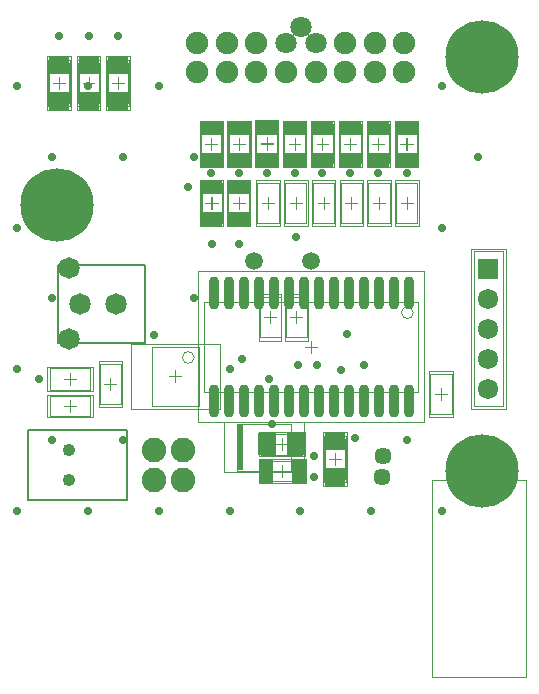
<source format=gts>
G04*
G04 #@! TF.GenerationSoftware,Altium Limited,Altium Designer,19.1.8 (144)*
G04*
G04 Layer_Color=8388736*
%FSLAX44Y44*%
%MOMM*%
G71*
G01*
G75*
%ADD10C,0.2000*%
%ADD14C,0.1000*%
%ADD17R,0.6187X3.9500*%
%ADD18C,0.0500*%
%ADD24R,1.7032X1.6032*%
%ADD25R,1.2032X2.0032*%
%ADD26R,1.5032X1.9032*%
%ADD27R,1.9032X1.1532*%
%ADD28O,0.9032X2.8032*%
%ADD29C,6.2032*%
%ADD30C,1.8232*%
%ADD31R,1.7232X1.7232*%
%ADD32C,1.7232*%
%ADD33C,1.8032*%
%ADD34C,1.9032*%
%ADD35C,1.5032*%
%ADD36C,1.4532*%
%ADD37C,1.0782*%
%ADD38C,2.0782*%
%ADD39C,0.7032*%
D10*
X249000Y249410D02*
Y308810D01*
X333500D01*
Y249410D01*
X249000D01*
X348271Y382186D02*
Y448686D01*
X274571D01*
Y382186D01*
X348271D01*
D14*
X285072Y324000D02*
Y334000D01*
X284600Y346851D02*
Y356851D01*
X301600Y360851D02*
X267600D01*
Y342851D01*
X301600D01*
Y360851D01*
X289600Y351851D02*
X279600D01*
X301821Y337750D02*
X268321D01*
Y320250D01*
X301821D01*
Y337750D01*
X290072Y329000D02*
X280072D01*
X310250Y330900D02*
Y364400D01*
X327750D01*
Y330900D01*
X310250D01*
X314000Y347650D02*
X324000D01*
X319000Y342650D02*
Y352650D01*
X354000Y329000D02*
X394000D01*
Y379000D01*
X354000D01*
Y329000D01*
X374000Y349000D02*
Y359000D01*
X369000Y354000D02*
X379000D01*
X398500Y341000D02*
Y417000D01*
X579500D01*
Y341000D01*
X398500D01*
X426000Y313750D02*
X472000D01*
Y274250D01*
X426000D01*
Y313750D01*
X444000Y294000D02*
X454000D01*
X449000Y299000D02*
Y289000D01*
X447000Y287610D02*
X481000D01*
Y305610D01*
X447000D01*
Y287610D01*
X448500Y282250D02*
X480500D01*
Y276250D01*
D02*
G03*
X480500Y271750I0J-2250D01*
G01*
Y271752D02*
Y265752D01*
X448500D01*
X448502D02*
Y271752D01*
Y271750D02*
G03*
X448502Y276250I0J2250D01*
G01*
Y282250D01*
X459500Y274000D02*
X469500D01*
X464500Y269000D02*
Y279000D01*
X500500Y268000D02*
X517500D01*
Y300000D01*
X500500D01*
Y268000D01*
X500250Y267250D02*
Y300750D01*
X517750D01*
Y267250D01*
X500250D01*
X499000Y261000D02*
X519000D01*
Y307000D01*
X499000D01*
Y261000D01*
X509000Y279000D02*
Y289000D01*
Y289000D02*
Y279000D01*
X514000Y284000D02*
X504000D01*
X514000D01*
X464000Y291610D02*
Y301610D01*
X459000Y296610D02*
X469000D01*
X484000Y379000D02*
X494000D01*
X489000Y374000D02*
Y384000D01*
X485500Y387000D02*
Y421000D01*
X467500D01*
Y387000D01*
X485500D01*
X476500Y409000D02*
Y399000D01*
X481500Y404000D02*
X471500D01*
X459428D02*
X449428D01*
X454428Y399000D02*
Y409000D01*
X445429Y421000D02*
X463428D01*
Y387000D01*
X445429D01*
Y421000D01*
X390000Y370000D02*
G03*
X390000Y370000I-5000J0D01*
G01*
X508557Y484000D02*
Y518000D01*
X490557D01*
Y484000D01*
X508557D01*
X514057D02*
Y518000D01*
X532057D01*
Y484000D01*
X514057D01*
X518057Y501000D02*
X528057D01*
X523057Y496000D02*
Y506000D01*
X541557Y501000D02*
X551557D01*
X546557Y496000D02*
Y506000D01*
X537557Y484000D02*
Y518000D01*
X555557D01*
Y484000D01*
X537557D01*
X561057D02*
Y518000D01*
X579057D01*
Y484000D01*
X561057D01*
X565057Y501000D02*
X575057D01*
X570057Y496000D02*
Y506000D01*
X626554Y459799D02*
X651447Y459798D01*
X651446D02*
Y328999D01*
X626554D01*
Y459799D01*
X575500Y408000D02*
G03*
X575500Y408000I-5000J0D01*
G01*
X590000Y356000D02*
X608000D01*
Y322000D01*
X590000D01*
Y356000D01*
X594000Y339000D02*
X604000D01*
X599000Y334000D02*
Y344000D01*
X591690Y266500D02*
X671090D01*
Y99600D01*
X591690D01*
Y266500D01*
X504557Y501000D02*
X494557D01*
X499557Y496000D02*
Y506000D01*
X485057Y484000D02*
Y518000D01*
X467057D01*
Y484000D01*
X485057D01*
X461557Y518000D02*
Y484000D01*
X443557D01*
Y518000D01*
X461557D01*
X457557Y501000D02*
X447557D01*
X452557Y496000D02*
Y506000D01*
X432700Y501000D02*
X422700D01*
X432700D01*
X436450Y484250D02*
Y517750D01*
X418950D01*
X436450D01*
Y484250D01*
X418950D01*
Y517750D01*
Y484250D01*
X436450D01*
X471057Y501000D02*
X481057D01*
X476057Y496000D02*
Y506000D01*
X513521Y534250D02*
Y567750D01*
X531021D01*
Y534250D01*
X513521D01*
Y534250D02*
Y567750D01*
X531021D01*
Y534250D01*
X513521D01*
X517271Y551000D02*
X527271D01*
Y551000D02*
X517271D01*
X522271Y556000D02*
Y546000D01*
Y546000D02*
Y556000D01*
X540914Y551000D02*
X550914D01*
Y551000D02*
X540914D01*
X545914Y546000D02*
Y556000D01*
Y556000D02*
Y546000D01*
X537164Y534250D02*
X554664D01*
Y567750D01*
X537164D01*
Y534250D01*
Y534250D02*
Y567750D01*
X554664D01*
Y534250D01*
X537164D01*
X560807D02*
Y567750D01*
X578307D01*
Y534250D01*
X560807D01*
X561307Y534250D02*
X578807D01*
Y567750D01*
X561307D01*
Y534250D01*
X564557Y551000D02*
X574557D01*
X575057Y551000D02*
X565057D01*
X569557Y556000D02*
Y546000D01*
X570057Y546000D02*
Y556000D01*
X507379Y567750D02*
Y534250D01*
X489879D01*
Y567750D01*
X507379D01*
Y567750D02*
Y534250D01*
X489879D01*
Y567750D01*
X507379D01*
X483736D02*
Y534250D01*
X466236D01*
Y567750D01*
X483736D01*
Y567750D02*
Y534250D01*
X466236D01*
Y567750D01*
X483736D01*
X493629Y551000D02*
X503629D01*
Y551000D02*
X493629D01*
X498629Y546000D02*
Y556000D01*
Y556000D02*
Y546000D01*
X460093Y567750D02*
Y534250D01*
X442593D01*
Y567750D01*
X460093D01*
Y568651D02*
Y535151D01*
X442593D01*
Y568651D01*
X460093D01*
X469986Y551000D02*
X479986D01*
Y551000D02*
X469986D01*
X474986Y546000D02*
Y556000D01*
Y556000D02*
Y546000D01*
X437200Y568000D02*
Y534000D01*
X419200D01*
Y568000D01*
X437200D01*
X436450Y567750D02*
Y534250D01*
X418950D01*
Y567750D01*
X436450D01*
X433200Y551000D02*
X423200D01*
X422700D02*
X432700D01*
X446343Y551000D02*
X456343D01*
Y551901D02*
X446343D01*
X451343Y556000D02*
Y546000D01*
Y546901D02*
Y556901D01*
X413557Y568000D02*
Y534000D01*
X395557D01*
Y568000D01*
X413557D01*
X412807Y567750D02*
Y534250D01*
X395307D01*
Y567750D01*
X412807D01*
X409557Y551000D02*
X399557D01*
X399057D02*
X409057D01*
X427700Y546000D02*
Y556000D01*
X428200D02*
Y546000D01*
X413807Y517750D02*
Y484250D01*
X396307D01*
Y517750D01*
X413807D01*
X413307D02*
Y484250D01*
X395807D01*
Y517750D01*
X413307D01*
X410057Y501000D02*
X400057D01*
X399557D02*
X409557D01*
X427700Y496000D02*
Y506000D01*
Y496000D01*
X405057D02*
Y506000D01*
X404557D02*
Y496000D01*
Y546000D02*
Y556000D01*
X404057D02*
Y546000D01*
X334322Y585814D02*
Y619314D01*
X316821D01*
Y585814D01*
X334322D01*
X334072Y586564D02*
Y618564D01*
X317072D01*
Y586564D01*
X334072D01*
X330572Y602564D02*
X320572D01*
X330572D01*
X335572Y579564D02*
Y625564D01*
X315572D01*
Y579564D01*
X335572D01*
X325572Y597564D02*
Y607564D01*
Y597564D01*
X305572Y602564D02*
X295571D01*
X305572D01*
X309072Y586564D02*
Y618564D01*
X292072D01*
Y586564D01*
X309072D01*
X309322Y585814D02*
Y619314D01*
X291821D01*
Y585814D01*
X309322D01*
X310571Y579564D02*
Y625564D01*
X290572D01*
Y579564D01*
X310571D01*
X300571Y597564D02*
Y607564D01*
Y597564D01*
X280571Y602564D02*
X270571D01*
X280571D01*
X284072Y586564D02*
Y618564D01*
X267072D01*
Y586564D01*
X284072D01*
X284322Y585814D02*
Y619314D01*
X266821D01*
Y585814D01*
X284322D01*
X285571Y579564D02*
Y625564D01*
X265572D01*
Y579564D01*
X285571D01*
X275571Y597564D02*
Y607564D01*
Y597564D01*
D17*
X429094Y294000D02*
D03*
D18*
X309500Y328150D02*
Y367150D01*
X328500D01*
Y328150D01*
X309500D01*
X336500Y326500D02*
X411500D01*
Y381500D01*
X336500D01*
Y326500D01*
X393500Y315000D02*
Y443000D01*
X584500D01*
Y315000D01*
X393500D01*
X415105D02*
X482895D01*
Y273000D01*
X415105D01*
Y315000D01*
X444500Y286610D02*
X483500D01*
Y306610D01*
X444500D01*
Y286610D01*
X444500Y284000D02*
X484500D01*
Y264000D01*
X444500D01*
Y284000D01*
X499500Y264500D02*
Y303500D01*
X518500D01*
Y264500D01*
X499500D01*
X589000Y319500D02*
Y358500D01*
X609000D01*
Y319500D01*
X589000D01*
X624300Y326749D02*
Y462049D01*
X653700D01*
Y326749D01*
X624300D01*
X486000Y424000D02*
X467000D01*
Y384000D01*
X486000D01*
Y424000D01*
X463928D02*
X444929D01*
Y384000D01*
X463928D01*
Y424000D01*
X509557Y481500D02*
Y520500D01*
X489557D01*
Y481500D01*
X509557D01*
X513057D02*
Y520500D01*
X533057D01*
Y481500D01*
X513057D01*
X536557D02*
Y520500D01*
X556557D01*
Y481500D01*
X536557D01*
X560057D02*
Y520500D01*
X580057D01*
Y481500D01*
X560057D01*
X560057Y531500D02*
Y570500D01*
X579057D01*
Y531500D01*
X560057D01*
X560557Y531500D02*
X579557D01*
Y570500D01*
X560557D01*
Y531500D01*
X555414Y531500D02*
Y570500D01*
X536414D01*
Y531500D01*
X555414D01*
Y531500D02*
Y570500D01*
X536414D01*
Y531500D01*
X555414D01*
X531771D02*
Y570500D01*
X512771D01*
Y531500D01*
X531771D01*
Y531500D02*
Y570500D01*
X512771D01*
Y531500D01*
X531771D01*
X508129D02*
Y570500D01*
X489128D01*
Y531500D01*
X508129D01*
Y531500D02*
Y570500D01*
X489128D01*
Y531500D01*
X508129D01*
X484486D02*
Y570500D01*
X465486D01*
Y531500D01*
X484486D01*
Y531500D02*
Y570500D01*
X465486D01*
Y531500D01*
X484486D01*
X486057Y520500D02*
Y481500D01*
X466057D01*
Y520500D01*
X486057D01*
X462557D02*
Y481500D01*
X442557D01*
Y520500D01*
X462557D01*
X460843Y531500D02*
Y570500D01*
X441843D01*
Y531500D01*
X460843D01*
Y532401D02*
Y571401D01*
X441843D01*
Y532401D01*
X460843D01*
X438200Y531500D02*
Y570500D01*
X418200D01*
Y531500D01*
X438200D01*
X437200Y531500D02*
Y570500D01*
X418200D01*
Y531500D01*
X437200D01*
Y520500D02*
Y481500D01*
X418200D01*
Y520500D01*
X437200D01*
Y520500D02*
Y481500D01*
X418200D01*
Y520500D01*
X437200D01*
X414557Y520500D02*
Y481500D01*
X395557D01*
Y520500D01*
X414557D01*
X414057Y520500D02*
Y481500D01*
X395057D01*
Y520500D01*
X414057D01*
X414557Y531500D02*
Y570500D01*
X394557D01*
Y531500D01*
X414557D01*
X413557Y531500D02*
Y570500D01*
X394557D01*
Y531500D01*
X413557D01*
X335071Y583064D02*
Y622064D01*
X316072D01*
Y583064D01*
X335071D01*
X310072D02*
Y622064D01*
X291072D01*
Y583064D01*
X310072D01*
X285072D02*
Y622064D01*
X266072D01*
Y583064D01*
X285072D01*
X265100Y361851D02*
X304100D01*
Y341851D01*
X265100D01*
Y361851D01*
X265572Y338500D02*
X304572D01*
Y319500D01*
X265572D01*
Y338500D01*
D24*
X509000Y269000D02*
D03*
Y299000D02*
D03*
X325572Y587564D02*
D03*
Y617564D02*
D03*
X300571D02*
D03*
Y587564D02*
D03*
X275571Y617564D02*
D03*
Y587564D02*
D03*
D25*
X450500Y274000D02*
D03*
X478500D02*
D03*
D26*
X452000Y296610D02*
D03*
X476000D02*
D03*
D27*
X427700Y487500D02*
D03*
Y514500D02*
D03*
X451343Y537500D02*
D03*
X474986D02*
D03*
X498629D02*
D03*
X522271D02*
D03*
X545914D02*
D03*
X569557D02*
D03*
Y564500D02*
D03*
X545914D02*
D03*
X522271D02*
D03*
X498629D02*
D03*
X474986D02*
D03*
X451343D02*
D03*
X427700Y564500D02*
D03*
Y537500D02*
D03*
X404057Y564500D02*
D03*
Y537500D02*
D03*
X404557Y514500D02*
D03*
Y487500D02*
D03*
D28*
X406450Y333000D02*
D03*
X419150D02*
D03*
X431850D02*
D03*
X444550D02*
D03*
X457250D02*
D03*
X469950D02*
D03*
X482650D02*
D03*
X495350D02*
D03*
X508050D02*
D03*
X520750D02*
D03*
X533450D02*
D03*
X546150D02*
D03*
X558850D02*
D03*
X571550D02*
D03*
Y425000D02*
D03*
X558850D02*
D03*
X546150D02*
D03*
X533450D02*
D03*
X520750D02*
D03*
X508050D02*
D03*
X495350D02*
D03*
X482650D02*
D03*
X469950D02*
D03*
X457250D02*
D03*
X444550D02*
D03*
X431850D02*
D03*
X419150D02*
D03*
X406450D02*
D03*
D29*
X274072Y499000D02*
D03*
X634000Y273706D02*
D03*
Y624000D02*
D03*
D30*
X284172Y385436D02*
D03*
X323572Y415436D02*
D03*
X284172Y445436D02*
D03*
X293571Y415436D02*
D03*
D31*
X639000Y445200D02*
D03*
D32*
X639000Y343600D02*
D03*
Y369000D02*
D03*
Y394400D02*
D03*
Y419800D02*
D03*
D33*
X492750Y636150D02*
D03*
X467750D02*
D03*
X480250Y650150D02*
D03*
D34*
X567750Y611650D02*
D03*
Y636150D02*
D03*
X542750D02*
D03*
Y611650D02*
D03*
X517750Y636150D02*
D03*
Y611650D02*
D03*
X492750D02*
D03*
X467750D02*
D03*
X442750Y636150D02*
D03*
Y611650D02*
D03*
X417750Y636150D02*
D03*
Y611650D02*
D03*
X392750Y636150D02*
D03*
Y611650D02*
D03*
D35*
X440250Y451943D02*
D03*
X489000Y451693D02*
D03*
D36*
X549000Y269000D02*
D03*
X549500Y286800D02*
D03*
D37*
X284100Y266610D02*
D03*
Y291610D02*
D03*
D38*
X355900Y266610D02*
D03*
X380900D02*
D03*
Y291610D02*
D03*
X355900D02*
D03*
D39*
X240000Y240000D02*
D03*
X300000D02*
D03*
X330000Y300000D02*
D03*
X360000Y240000D02*
D03*
X420000D02*
D03*
X480000D02*
D03*
X491800Y269000D02*
D03*
X526000Y302000D02*
D03*
X491800Y286800D02*
D03*
X540000Y240000D02*
D03*
X600000D02*
D03*
X570000Y300000D02*
D03*
X534000Y364000D02*
D03*
X519000Y390000D02*
D03*
X514000Y359000D02*
D03*
X494000Y364000D02*
D03*
X478150D02*
D03*
X453601Y351851D02*
D03*
X456200Y314000D02*
D03*
X430786Y368986D02*
D03*
X420000Y360000D02*
D03*
X390000Y420000D02*
D03*
X355900Y389000D02*
D03*
X427700Y466000D02*
D03*
X405057D02*
D03*
X451343Y526000D02*
D03*
X474986Y525786D02*
D03*
X498629Y526000D02*
D03*
X522271D02*
D03*
X545914D02*
D03*
X570057D02*
D03*
X600000Y480000D02*
D03*
X630000Y540000D02*
D03*
X600000Y600000D02*
D03*
X476000Y472279D02*
D03*
X427700Y526000D02*
D03*
X390000Y540000D02*
D03*
X404057Y526500D02*
D03*
X385060Y514500D02*
D03*
X360000Y600000D02*
D03*
X325572Y642564D02*
D03*
X300571D02*
D03*
X275571D02*
D03*
X240000Y600000D02*
D03*
X270000Y540000D02*
D03*
X330000D02*
D03*
X300000Y600000D02*
D03*
X240000Y480000D02*
D03*
X270000Y420000D02*
D03*
X240000Y360000D02*
D03*
X259000Y351851D02*
D03*
X270000Y300000D02*
D03*
M02*

</source>
